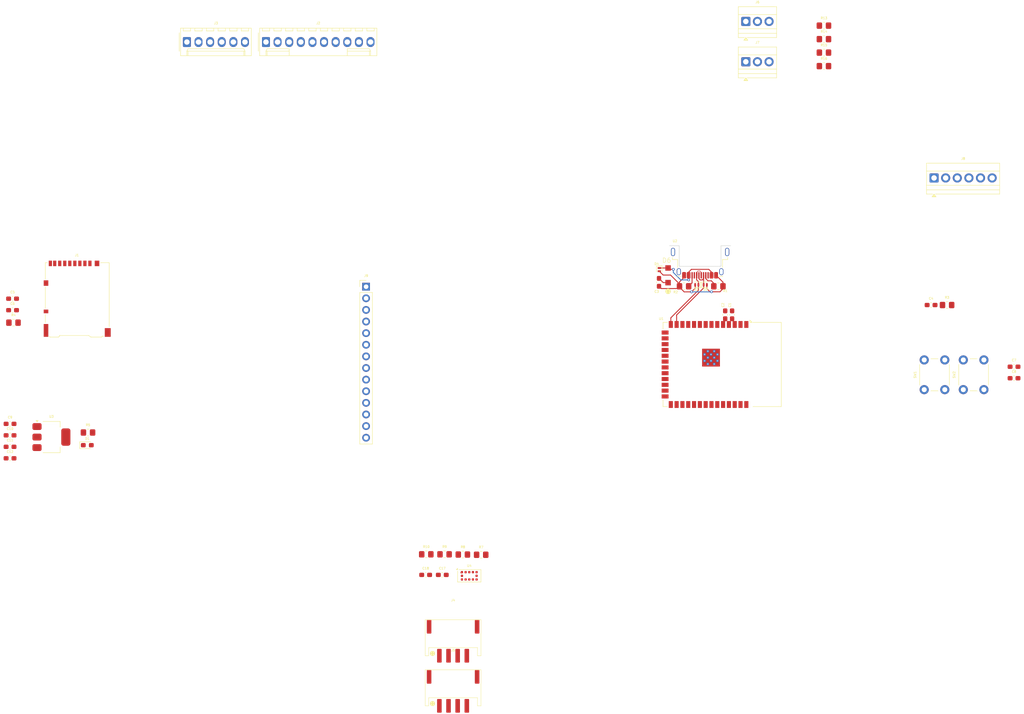
<source format=kicad_pcb>
(kicad_pcb (version 20241229) (generator "pcbnew") (generator_version "9.0")
  (layers (0 "F.Cu" signal) (2 "B.Cu" signal) (13 "F.Paste" user) (15 "B.Paste" user) (5 "F.SilkS" user "F.Silkscreen") (7 "B.SilkS" user "B.Silkscreen") (1 "F.Mask" user) (3 "B.Mask" user) (25 "Edge.Cuts" user))
  (net 0 "")
  (net 1 "GND")
  (net 2 "ESP_3v3")
  (net 3 "+5V")
  (net 4 "chip_pu")
  (net 5 "GPIO_0")
  (net 6 "Net-(D1-A)")
  (net 7 "/ESP USB section/D+")
  (net 8 "/ESP USB section/D-")
  (net 9 "Net-(D6-A)")
  (net 10 "FSPICLK")
  (net 13 "FSPIQ_MISO")
  (net 16 "FSPID_MOSI")
  (net 17 "FSPICS0")
  (net 18 "GPIO_38")
  (net 19 "GPIO_36")
  (net 20 "RX_D0")
  (net 21 "GPIO_37")
  (net 22 "GPIO_35")
  (net 23 "GPIO_40")
  (net 24 "GPIO_39")
  (net 25 "GPIO_41")
  (net 26 "TX_D0")
  (net 27 "GPIO_42")
  (net 28 "GPIO_15")
  (net 29 "GPIO_16")
  (net 30 "GPIO_21")
  (net 31 "GPIO_3")
  (net 32 "GPIO_17")
  (net 33 "GPIO_18")
  (net 34 "I2C_SDA")
  (net 35 "I2C_SCL")
  (net 36 "Net-(J6-Pin_2)")
  (net 37 "Net-(J7-Pin_2)")
  (net 38 "/PAS connector/speed_sig_2")
  (net 39 "/PAS connector/torque_sig")
  (net 40 "/PAS connector/speed_sig_1")
  (net 42 "/Display connector/Display_T_IRQ")
  (net 43 "Display_DC{slash}RS")
  (net 44 "/Display connector/Display_T_DIN")
  (net 45 "Display_CS")
  (net 46 "Display_LED")
  (net 47 "/Display connector/Display_T_CLK")
  (net 48 "Display_RST")
  (net 49 "/Display connector/Display_T_CS")
  (net 50 "/Display connector/Display_T_DO")
  (net 51 "Net-(U2-CC1)")
  (net 52 "Net-(U2-CC2)")
  (net 53 "/Time of flight sensor/TOF_GPIO1")
  (net 54 "/Time of flight sensor/TOF_XSHUT")
  (net 55 "/Throttle and ebrake connectors/throttle_sig")
  (net 56 "/Throttle and ebrake connectors/ebrake_sig")
  (footprint "Connector_Card:microSD_HC_Hirose_DM3AT-SF-PEJM5" (layer "F.Cu") (at 38.845 86.995)
    (property "Reference" "J1" (at -0.075 -9.525 0) (layer "F.SilkS") (effects (font (size 0.5 0.5) (thickness 0.1))))
    (property "Value" "Micro_SD_Card_Det_Hirose_DM3AT")
    (pad "1" smd rect (at 2.775 -7.725) (size 0.7 1.2) (layers "F.Cu" "F.Mask" "F.Paste"))
    (pad "2" smd rect (at 1.675 -7.725) (size 0.7 1.2) (layers "F.Cu" "F.Mask" "F.Paste") (net 13 "FSPIQ_MISO"))
    (pad "3" smd rect (at 0.575 -7.725) (size 0.7 1.2) (layers "F.Cu" "F.Mask" "F.Paste") (net 16 "FSPID_MOSI"))
    (pad "4" smd rect (at -0.525 -7.725) (size 0.7 1.2) (layers "F.Cu" "F.Mask" "F.Paste") (net 2 "ESP_3v3"))
    (pad "5" smd rect (at -1.625 -7.725) (size 0.7 1.2) (layers "F.Cu" "F.Mask" "F.Paste") (net 10 "FSPICLK"))
    (pad "6" smd rect (at -2.725 -7.725) (size 0.7 1.2) (layers "F.Cu" "F.Mask" "F.Paste") (net 1 "GND"))
    (pad "7" smd rect (at -3.825 -7.725) (size 0.7 1.2) (layers "F.Cu" "F.Mask" "F.Paste") (net 17 "FSPICS0"))
    (pad "8" smd rect (at -4.925 -7.725) (size 0.7 1.2) (layers "F.Cu" "F.Mask" "F.Paste"))
    (pad "9" smd rect (at -5.875 -7.725) (size 0.7 1.2) (layers "F.Cu" "F.Mask" "F.Paste"))
    (pad "10" smd rect (at -6.825 2.775) (size 1 0.8) (layers "F.Cu" "F.Mask" "F.Paste"))
    (pad "11" smd rect (at -6.825 -3.425) (size 1 1.2) (layers "F.Cu" "F.Mask" "F.Paste") (net 1 "GND"))
    (pad "11" smd rect (at -6.825 6.925) (size 1 2.8) (layers "F.Cu" "F.Mask" "F.Paste") (net 1 "GND"))
    (pad "11" smd rect (at 4.325 -7.725) (size 1 1.2) (layers "F.Cu" "F.Mask" "F.Paste") (net 1 "GND"))
    (pad "11" smd rect (at 6.675 7.375) (size 1.3 1.9) (layers "F.Cu" "F.Mask" "F.Paste") (net 1 "GND"))
  )
  (footprint "Connector_PinHeader_2.54mm:PinHeader_1x14_P2.54mm_Vertical" (layer "F.Cu") (at 102 84.36)
    (property "Reference" "J9" (at 0 -2.38 0) (layer "F.SilkS") (effects (font (size 0.5 0.5) (thickness 0.1))))
    (property "Value" "Conn_01x14_Socket")
    (pad "1" thru_hole rect (at 0 0) (size 1.7 1.7) (drill 1) (layers "*.Cu" "*.Mask") (net 3 "+5V"))
    (pad "2" thru_hole circle (at 0 2.54) (size 1.7 1.7) (drill 1) (layers "*.Cu" "*.Mask") (net 1 "GND"))
    (pad "3" thru_hole circle (at 0 5.08) (size 1.7 1.7) (drill 1) (layers "*.Cu" "*.Mask") (net 45 "Display_CS"))
    (pad "4" thru_hole circle (at 0 7.62) (size 1.7 1.7) (drill 1) (layers "*.Cu" "*.Mask") (net 48 "Display_RST"))
    (pad "5" thru_hole circle (at 0 10.16) (size 1.7 1.7) (drill 1) (layers "*.Cu" "*.Mask") (net 43 "Display_DC{slash}RS"))
    (pad "6" thru_hole circle (at 0 12.7) (size 1.7 1.7) (drill 1) (layers "*.Cu" "*.Mask") (net 16 "FSPID_MOSI"))
    (pad "7" thru_hole circle (at 0 15.24) (size 1.7 1.7) (drill 1) (layers "*.Cu" "*.Mask") (net 10 "FSPICLK"))
    (pad "8" thru_hole circle (at 0 17.78) (size 1.7 1.7) (drill 1) (layers "*.Cu" "*.Mask") (net 46 "Display_LED"))
    (pad "9" thru_hole circle (at 0 20.32) (size 1.7 1.7) (drill 1) (layers "*.Cu" "*.Mask") (net 13 "FSPIQ_MISO"))
    (pad "10" thru_hole circle (at 0 22.86) (size 1.7 1.7) (drill 1) (layers "*.Cu" "*.Mask") (net 47 "/Display connector/Display_T_CLK"))
    (pad "11" thru_hole circle (at 0 25.4) (size 1.7 1.7) (drill 1) (layers "*.Cu" "*.Mask") (net 49 "/Display connector/Display_T_CS"))
    (pad "12" thru_hole circle (at 0 27.94) (size 1.7 1.7) (drill 1) (layers "*.Cu" "*.Mask") (net 44 "/Display connector/Display_T_DIN"))
    (pad "13" thru_hole circle (at 0 30.48) (size 1.7 1.7) (drill 1) (layers "*.Cu" "*.Mask") (net 50 "/Display connector/Display_T_DO"))
    (pad "14" thru_hole circle (at 0 33.02) (size 1.7 1.7) (drill 1) (layers "*.Cu" "*.Mask") (net 42 "/Display connector/Display_T_IRQ"))
  )
  (footprint "Resistor_SMD:R_0805_2012Metric_Pad1.20x1.40mm_HandSolder" (layer "F.Cu") (at 123.1575 142.92)
    (property "Reference" "R8" (at 0 -1.65 0) (layer "F.SilkS") (effects (font (size 0.5 0.5) (thickness 0.1))))
    (property "Value" "1.2K")
    (pad "1" smd roundrect (at -1 0) (size 1.2 1.4) (layers "F.Cu" "F.Mask" "F.Paste") (roundrect_rratio 0.208333) (net 2 "ESP_3v3"))
    (pad "2" smd roundrect (at 1 0) (size 1.2 1.4) (layers "F.Cu" "F.Mask" "F.Paste") (roundrect_rratio 0.208333) (net 34 "I2C_SDA"))
  )
  (footprint "TerminalBlock:TerminalBlock_Xinya_XY308-2.54-3P_1x03_P2.54mm_Horizontal" (layer "F.Cu") (at 185.02 26.37)
    (property "Reference" "J6" (at 2.54 -4.22 0) (layer "F.SilkS") (effects (font (size 0.5 0.5) (thickness 0.1))))
    (property "Value" "Screw_Terminal_01x03_ebrake")
    (pad "1" thru_hole roundrect (at 0 0) (size 2 2) (drill 1.2) (layers "*.Cu" "*.Mask") (roundrect_rratio 0.125) (net 3 "+5V"))
    (pad "2" thru_hole circle (at 2.54 0) (size 2 2) (drill 1.2) (layers "*.Cu" "*.Mask") (net 36 "Net-(J6-Pin_2)"))
    (pad "3" thru_hole circle (at 5.08 0) (size 2 2) (drill 1.2) (layers "*.Cu" "*.Mask") (net 1 "GND"))
  )
  (footprint "Package_TO_SOT_SMD:SOT-223-3_TabPin2" (layer "F.Cu") (at 33.2025 117.24)
    (property "Reference" "U3" (at 0 -4.5 0) (layer "F.SilkS") (effects (font (size 0.5 0.5) (thickness 0.1))))
    (property "Value" "SGM2212-3.3")
    (pad "1" smd roundrect (at -3.15 -2.3) (size 2 1.5) (layers "F.Cu" "F.Mask" "F.Paste") (net 3 "+5V"))
    (pad "2" smd roundrect (at -3.15 0) (size 2 1.5) (layers "F.Cu" "F.Mask" "F.Paste") (net 1 "GND"))
    (pad "2" smd roundrect (at 3.15 0) (size 2 3.8) (layers "F.Cu" "F.Mask" "F.Paste") (net 1 "GND"))
    (pad "3" smd roundrect (at -3.15 2.3) (size 2 1.5) (layers "F.Cu" "F.Mask" "F.Paste") (net 2 "ESP_3v3"))
  )
  (footprint "Resistor_SMD:R_0805_2012Metric_Pad1.20x1.40mm_HandSolder" (layer "F.Cu") (at 24.9075 92.225)
    (property "Reference" "R4" (at 0 -1.65 0) (layer "F.SilkS") (effects (font (size 0.5 0.5) (thickness 0.1))))
    (property "Value" "10K")
    (pad "1" smd roundrect (at -1 0) (size 1.2 1.4) (layers "F.Cu" "F.Mask" "F.Paste") (roundrect_rratio 0.208333) (net 2 "ESP_3v3"))
    (pad "2" smd roundrect (at 1 0) (size 1.2 1.4) (layers "F.Cu" "F.Mask" "F.Paste") (roundrect_rratio 0.208333) (net 13 "FSPIQ_MISO"))
  )
  (footprint "Resistor_SMD:R_0805_2012Metric_Pad1.20x1.40mm_HandSolder" (layer "F.Cu") (at 115.1575 142.87)
    (property "Reference" "R10" (at 0 -1.65 0) (layer "F.SilkS") (effects (font (size 0.5 0.5) (thickness 0.1))))
    (property "Value" "1.2K")
    (pad "1" smd roundrect (at -1 0) (size 1.2 1.4) (layers "F.Cu" "F.Mask" "F.Paste") (roundrect_rratio 0.208333) (net 2 "ESP_3v3"))
    (pad "2" smd roundrect (at 1 0) (size 1.2 1.4) (layers "F.Cu" "F.Mask" "F.Paste") (roundrect_rratio 0.208333) (net 54 "/Time of flight sensor/TOF_XSHUT"))
  )
  (footprint "Diode_SMD:D_SOD-882" (layer "F.Cu") (at 166.107651 80.628883 -90)
    (property "Reference" "D4" (at -1.258883 0.587651 180) (layer "F.SilkS") (effects (font (size 0.5 0.5) (thickness 0.1))))
    (property "Value" "~" (hide yes))
    (pad "1" smd roundrect (at -0.35 0 270) (size 0.4 0.7) (layers "F.Cu" "F.Mask") (roundrect_rratio 0.125) (net 9 "Net-(D6-A)"))
    (pad "2" smd roundrect (at 0.35 0 270) (size 0.4 0.7) (layers "F.Cu" "F.Mask") (roundrect_rratio 0.125) (net 1 "GND"))
  )
  (footprint "Custom_footprints:JST_PH_4P_2mm_SMD" (layer "F.Cu") (at 121.02 165.045)
    (property "Reference" "J4" (at 0 -12.144 0) (layer "F.SilkS") (effects (font (size 0.5 0.5) (thickness 0.1))))
    (property "Value" "4P4C_Shielded")
    (pad "1" smd roundrect (at -3 0) (size 1 3) (layers "F.Cu" "F.Mask" "F.Paste") (roundrect_rratio 0.15) (net 2 "ESP_3v3"))
    (pad "2" smd roundrect (at -1 0) (size 1 3) (layers "F.Cu" "F.Mask" "F.Paste") (roundrect_rratio 0.15) (net 34 "I2C_SDA"))
    (pad "3" smd roundrect (at 1 0) (size 1 3) (layers "F.Cu" "F.Mask" "F.Paste") (roundrect_rratio 0.15) (net 35 "I2C_SCL"))
    (pad "4" smd roundrect (at 3 0) (size 1 3) (layers "F.Cu" "F.Mask" "F.Paste") (roundrect_rratio 0.15) (net 1 "GND"))
    (pad "5" smd roundrect (at -5.25 -6.35) (size 1 3) (layers "F.Cu" "F.Mask" "F.Paste") (roundrect_rratio 0.15))
    (pad "5" smd roundrect (at 5.25 -6.35) (size 1 3) (layers "F.Cu" "F.Mask" "F.Paste") (roundrect_rratio 0.15))
  )
  (footprint "Button_Switch_THT:SW_PUSH_6mm" (layer "F.Cu") (at 232.57 106.87 90)
    (property "Reference" "SW2" (at 3.25 -2 90) (layer "F.SilkS") (effects (font (size 0.5 0.5) (thickness 0.1))))
    (property "Value" "SW_Push_Dual")
    (pad "1" thru_hole circle (at 0 0 180) (size 2 2) (drill 1.1) (layers "*.Cu" "*.Mask") (net 4 "chip_pu"))
    (pad "1" thru_hole circle (at 6.5 0 180) (size 2 2) (drill 1.1) (layers "*.Cu" "*.Mask") (net 4 "chip_pu"))
    (pad "2" thru_hole circle (at 0 4.5 180) (size 2 2) (drill 1.1) (layers "*.Cu" "*.Mask") (net 1 "GND"))
    (pad "2" thru_hole circle (at 6.5 4.5 180) (size 2 2) (drill 1.1) (layers "*.Cu" "*.Mask") (net 1 "GND"))
  )
  (footprint "RF_Module:ESP32-S3-WROOM-1" (layer "F.Cu") (at 179.87 101.37 -90)
    (property "Reference" "U1" (at -10 13.35 0) (layer "F.SilkS") (effects (font (size 0.5 0.5) (thickness 0.1))))
    (property "Value" "ESP32-S3-WROOM-1")
    (pad "1" smd rect (at -8.75 -5.26 270) (size 1.5 0.9) (layers "F.Cu" "F.Mask" "F.Paste") (net 1 "GND"))
    (pad "2" smd rect (at -8.75 -3.99 270) (size 1.5 0.9) (layers "F.Cu" "F.Mask" "F.Paste") (net 2 "ESP_3v3"))
    (pad "3" smd rect (at -8.75 -2.72 270) (size 1.5 0.9) (layers "F.Cu" "F.Mask" "F.Paste") (net 4 "chip_pu"))
    (pad "4" smd rect (at -8.75 -1.45 270) (size 1.5 0.9) (layers "F.Cu" "F.Mask" "F.Paste") (net 40 "/PAS connector/speed_sig_1"))
    (pad "5" smd rect (at -8.75 -0.18 270) (size 1.5 0.9) (layers "F.Cu" "F.Mask" "F.Paste") (net 38 "/PAS connector/speed_sig_2"))
    (pad "6" smd rect (at -8.75 1.09 270) (size 1.5 0.9) (layers "F.Cu" "F.Mask" "F.Paste") (net 39 "/PAS connector/torque_sig"))
    (pad "7" smd rect (at -8.75 2.36 270) (size 1.5 0.9) (layers "F.Cu" "F.Mask" "F.Paste") (net 48 "Display_RST"))
    (pad "8" smd rect (at -8.75 3.63 270) (size 1.5 0.9) (layers "F.Cu" "F.Mask" "F.Paste") (net 28 "GPIO_15"))
    (pad "9" smd rect (at -8.75 4.9 270) (size 1.5 0.9) (layers "F.Cu" "F.Mask" "F.Paste") (net 29 "GPIO_16"))
    (pad "10" smd rect (at -8.75 6.17 270) (size 1.5 0.9) (layers "F.Cu" "F.Mask" "F.Paste") (net 32 "GPIO_17"))
    (pad "11" smd rect (at -8.75 7.44 270) (size 1.5 0.9) (layers "F.Cu" "F.Mask" "F.Paste") (net 33 "GPIO_18"))
    (pad "12" smd rect (at -8.75 8.71 270) (size 1.5 0.9) (layers "F.Cu" "F.Mask" "F.Paste") (net 43 "Display_DC{slash}RS"))
    (pad "13" smd rect (at -8.75 9.98 270) (size 1.5 0.9) (layers "F.Cu" "F.Mask" "F.Paste") (net 8 "/ESP USB section/D-"))
    (pad "14" smd rect (at -8.75 11.25 90) (size 1.5 0.9) (layers "F.Cu" "F.Mask" "F.Paste") (net 7 "/ESP USB section/D+"))
    (pad "15" smd rect (at -6.985 12.5 180) (size 1.5 0.9) (layers "F.Cu" "F.Mask" "F.Paste") (net 31 "GPIO_3"))
    (pad "16" smd rect (at -5.715 12.5 180) (size 1.5 0.9) (layers "F.Cu" "F.Mask" "F.Paste") (net 53 "/Time of flight sensor/TOF_GPIO1"))
    (pad "17" smd rect (at -4.445 12.5 180) (size 1.5 0.9) (layers "F.Cu" "F.Mask" "F.Paste") (net 46 "Display_LED"))
    (pad "18" smd rect (at -3.175 12.5 180) (size 1.5 0.9) (layers "F.Cu" "F.Mask" "F.Paste") (net 17 "FSPICS0"))
    (pad "19" smd rect (at -1.905 12.5 180) (size 1.5 0.9) (layers "F.Cu" "F.Mask" "F.Paste") (net 16 "FSPID_MOSI"))
    (pad "20" smd rect (at -0.635 12.5 180) (size 1.5 0.9) (layers "F.Cu" "F.Mask" "F.Paste") (net 10 "FSPICLK"))
    (pad "21" smd rect (at 0.635 12.5 180) (size 1.5 0.9) (layers "F.Cu" "F.Mask" "F.Paste") (net 13 "FSPIQ_MISO"))
    (pad "22" smd rect (at 1.905 12.5 180) (size 1.5 0.9) (layers "F.Cu" "F.Mask" "F.Paste") (net 45 "Display_CS"))
    (pad "23" smd rect (at 3.175 12.5 180) (size 1.5 0.9) (layers "F.Cu" "F.Mask" "F.Paste") (net 30 "GPIO_21"))
    (pad "24" smd rect (at 4.445 12.5 180) (size 1.5 0.9) (layers "F.Cu" "F.Mask" "F.Paste") (net 34 "I2C_SDA"))
    (pad "25" smd rect (at 5.715 12.5 180) (size 1.5 0.9) (layers "F.Cu" "F.Mask" "F.Paste") (net 35 "I2C_SCL"))
    (pad "26" smd rect (at 6.985 12.5 180) (size 1.5 0.9) (layers "F.Cu" "F.Mask" "F.Paste") (net 54 "/Time of flight sensor/TOF_XSHUT"))
    (pad "27" smd rect (at 8.75 11.25 270) (size 1.5 0.9) (layers "F.Cu" "F.Mask" "F.Paste") (net 5 "GPIO_0"))
    (pad "28" smd rect (at 8.75 9.98 270) (size 1.5 0.9) (layers "F.Cu" "F.Mask" "F.Paste") (net 22 "GPIO_35"))
    (pad "29" smd rect (at 8.75 8.71 270) (size 1.5 0.9) (layers "F.Cu" "F.Mask" "F.Paste") (net 19 "GPIO_36"))
    (pad "30" smd rect (at 8.75 7.44 270) (size 1.5 0.9) (layers "F.Cu" "F.Mask" "F.Paste") (net 21 "GPIO_37"))
    (pad "31" smd rect (at 8.75 6.17 270) (size 1.5 0.9) (layers "F.Cu" "F.Mask" "F.Paste") (net 18 "GPIO_38"))
    (pad "32" smd rect (at 8.75 4.9 270) (size 1.5 0.9) (layers "F.Cu" "F.Mask" "F.Paste") (net 24 "GPIO_39"))
    (pad "33" smd rect (at 8.75 3.63 270) (size 1.5 0.9) (layers "F.Cu" "F.Mask" "F.Paste") (net 23 "GPIO_40"))
    (pad "34" smd rect (at 8.75 2.36 270) (size 1.5 0.9) (layers "F.Cu" "F.Mask" "F.Paste") (net 25 "GPIO_41"))
    (pad "35" smd rect (at 8.75 1.09 270) (size 1.5 0.9) (layers "F.Cu" "F.Mask" "F.Paste") (net 27 "GPIO_42"))
    (pad "36" smd rect (at 8.75 -0.18 270) (size 1.5 0.9) (layers "F.Cu" "F.Mask" "F.Paste") (net 20 "RX_D0"))
    (pad "37" smd rect (at 8.75 -1.45 270) (size 1.5 0.9) (layers "F.Cu" "F.Mask" "F.Paste") (net 26 "TX_D0"))
    (pad "38" smd rect (at 8.75 -2.72 270) (size 1.5 0.9) (layers "F.Cu" "F.Mask" "F.Paste") (net 56 "/Throttle and ebrake connectors/ebrake_sig"))
    (pad "39" smd rect (at 8.75 -3.99 270) (size 1.5 0.9) (layers "F.Cu" "F.Mask" "F.Paste") (net 55 "/Throttle and ebrake connectors/throttle_sig"))
    (pad "40" smd rect (at 8.75 -5.26 270) (size 1.5 0.9) (layers "F.Cu" "F.Mask" "F.Paste") (net 1 "GND"))
    (pad "41" thru_hole circle (at -2.9 1.76) (size 0.6 0.6) (drill 0.2) (property pad_prop_heatsink) (layers "*.Cu" "F.Mask") (net 1 "GND"))
    (pad "41" thru_hole circle (at -2.9 3.16 270) (size 0.6 0.6) (drill 0.2) (property pad_prop_heatsink) (layers "*.Cu" "F.Mask") (net 1 "GND"))
    (pad "41" thru_hole circle (at -2.2 1.06 270) (size 0.6 0.6) (drill 0.2) (property pad_prop_heatsink) (layers "*.Cu" "F.Mask") (net 1 "GND"))
    (pad "41" thru_hole circle (at -2.2 2.46 270) (size 0.6 0.6) (drill 0.2) (property pad_prop_heatsink) (layers "*.Cu" "F.Mask") (net 1 "GND"))
    (pad "41" thru_hole circle (at -2.2 3.86 270) (size 0.6 0.6) (drill 0.2) (property pad_prop_heatsink) (layers "*.Cu" "F.Mask") (net 1 "GND"))
    (pad "41" thru_hole circle (at -1.5 1.76 270) (size 0.6 0.6) (drill 0.2) (property pad_prop_heatsink) (layers "*.Cu" "F.Mask") (net 1 "GND"))
    (pad "41" smd rect (at -1.5 2.46 180) (size 3.9 3.9) (property pad_prop_heatsink) (layers "F.Cu" "F.Mask") (net 1 "GND"))
    (pad "41" thru_hole circle (at -1.5 3.16 270) (size 0.6 0.6) (drill 0.2) (property pad_prop_heatsink) (layers "*.Cu" "F.Mask") (net 1 "GND"))
    (pad "41" thru_hole circle (at -0.8 1.06 270) (size 0.6 0.6) (drill 0.2) (property pad_prop_heatsink) (layers "*.Cu" "F.Mask") (net 1 "GND"))
    (pad "41" thru_hole circle (at -0.8 2.46 270) (size 0.6 0.6) (drill 0.2) (property pad_prop_heatsink) (layers "*.Cu" "F.Mask") (net 1 "GND"))
    (pad "41" thru_hole circle (at -0.8 3.86 270) (size 0.6 0.6) (drill 0.2) (property pad_prop_heatsink) (layers "*.Cu" "F.Mask") (net 1 "GND"))
    (pad "41" thru_hole circle (at -0.1 1.76 270) (size 0.6 0.6) (drill 0.2) (property pad_prop_heatsink) (layers "*.Cu" "F.Mask") (net 1 "GND"))
    (pad "41" thru_hole circle (at -0.1 3.16 270) (size 0.6 0.6) (drill 0.2) (property pad_prop_heatsink) (layers "*.Cu" "F.Mask") (net 1 "GND"))
  )
  (footprint "Sensor_Distance:ST_VL53L1x" (layer "F.Cu") (at 124.5575 147.57)
    (property "Reference" "U4" (at 0 -2.2 0) (layer "F.SilkS") (effects (font (size 0.5 0.5) (thickness 0.1))))
    (property "Value" "VL53L1CXV0FY1")
    (pad "1" smd roundrect (at -1.74 -0.675) (size 0.38 0.25) (layers "F.Cu" "F.Mask" "F.Paste") (net 2 "ESP_3v3"))
    (pad "1" smd roundrect (at -1.6 -0.8) (size 0.5 0.5) (layers "F.Cu" "F.Mask" "F.Paste") (net 2 "ESP_3v3"))
    (pad "2" smd roundrect (at -0.8 -0.8) (size 0.5 0.5) (layers "F.Cu" "F.Mask" "F.Paste") (net 1 "GND"))
    (pad "3" smd roundrect (at 0 -0.8) (size 0.5 0.5) (layers "F.Cu" "F.Mask" "F.Paste") (net 1 "GND"))
    (pad "4" smd roundrect (at 0.8 -0.8) (size 0.5 0.5) (layers "F.Cu" "F.Mask" "F.Paste") (net 1 "GND"))
    (pad "5" smd roundrect (at 1.6 -0.8) (size 0.5 0.5) (layers "F.Cu" "F.Mask" "F.Paste") (net 54 "/Time of flight sensor/TOF_XSHUT"))
    (pad "6" smd roundrect (at 1.6 0) (size 0.5 0.5) (layers "F.Cu" "F.Mask" "F.Paste") (net 1 "GND"))
    (pad "7" smd roundrect (at 1.6 0.8) (size 0.5 0.5) (layers "F.Cu" "F.Mask" "F.Paste") (net 53 "/Time of flight sensor/TOF_GPIO1"))
    (pad "8" smd roundrect (at 0.8 0.8) (size 0.5 0.5) (layers "F.Cu" "F.Mask" "F.Paste"))
    (pad "9" smd roundrect (at 0 0.8) (size 0.5 0.5) (layers "F.Cu" "F.Mask" "F.Paste") (net 34 "I2C_SDA"))
    (pad "10" smd roundrect (at -0.8 0.8) (size 0.5 0.5) (layers "F.Cu" "F.Mask" "F.Paste") (net 35 "I2C_SCL"))
    (pad "11" smd roundrect (at -1.6 0.8) (size 0.5 0.5) (layers "F.Cu" "F.Mask" "F.Paste") (net 2 "ESP_3v3"))
    (pad "12" smd roundrect (at -1.6 0) (size 0.5 0.5) (layers "F.Cu" "F.Mask" "F.Paste") (net 1 "GND"))
  )
  (footprint "Diode_SMD:D_SOD-882" (layer "F.Cu") (at 176.151596 83.939218)
    (property "Reference" "D3" (at 0.096634 1.011201 0) (layer "F.SilkS") (effects (font (size 0.5 0.5) (thickness 0.1))))
    (property "Value" "~" (hide yes))
    (pad "1" smd roundrect (at -0.35 0) (size 0.4 0.7) (layers "F.Cu" "F.Mask") (roundrect_rratio 0.125) (net 8 "/ESP USB section/D-"))
    (pad "2" smd roundrect (at 0.35 0) (size 0.4 0.7) (layers "F.Cu" "F.Mask") (roundrect_rratio 0.125) (net 1 "GND"))
  )
  (footprint "Connector_USB:USB_C_Receptacle_Amphenol_12401948E412A" (layer "F.Cu") (at 175.02 76.77 180)
    (property "Reference" "U2" (at 5.5 2.4 0) (layer "F.SilkS") (effects (font (size 0.5 0.5) (thickness 0.1))))
    (property "Value" "USB_C_connector")
    (fp_line (start 4.57 1.36) (end 6.7 1.36) (stroke (width 0.1)) (layer "Edge.Cuts"))
    (fp_line (start 4.57 -3) (end 4.57 1.36) (stroke (width 0.1)) (layer "Edge.Cuts"))
    (fp_line (start -4.42 -3.15) (end 4.42 -3.15) (stroke (width 0.1)) (layer "Edge.Cuts"))
    (fp_line (start -4.57 -3) (end -4.57 1.36) (stroke (width 0.1)) (layer "Edge.Cuts"))
    (fp_line (start -6.7 1.36) (end -4.57 1.36) (stroke (width 0.1)) (layer "Edge.Cuts"))
    (fp_arc (start 4.42 -3.15) (mid 4.526066 -3.106066) (end 4.57 -3) (stroke (width 0.1)) (layer "Edge.Cuts"))
    (fp_arc (start -4.57 -3) (mid -4.526066 -3.106066) (end -4.42 -3.15) (stroke (width 0.1)) (layer "Edge.Cuts"))
    (pad "" thru_hole oval (at -5.92 0 180) (size 0.9 1.8) (drill oval 0.6 1.5) (property pad_prop_heatsink) (layers "*.Cu" "*.Mask"))
    (pad "" thru_hole oval (at -4.65 -4.32 180) (size 0.9 1.5) (drill oval 0.6 1.2) (property pad_prop_heatsink) (layers "*.Cu" "*.Mask"))
    (pad "" np_thru_hole circle (at -3.5 -3.85 180) (size 0.6 0.6) (drill 0.6) (layers "*.Cu" "*.Mask"))
    (pad "" np_thru_hole circle (at 3.5 -3.85 180) (size 0.6 0.6) (drill 0.6) (layers "*.Cu" "*.Mask"))
    (pad "" thru_hole oval (at 4.65 -4.32 180) (size 0.9 1.5) (drill oval 0.6 1.2) (property pad_prop_heatsink) (layers "*.Cu" "*.Mask"))
    (pad "" thru_hole oval (at 5.92 0 180) (size 0.9 1.8) (drill oval 0.6 1.5) (property pad_prop_heatsink) (layers "*.Cu" "*.Mask"))
    (pad "A1" smd roundrect (at -3.5 -5.1 180) (size 0.8 1.4) (layers "F.Cu" "F.Mask" "F.Paste") (net 1 "GND"))
    (pad "A4" smd roundrect (at -2.5 -5.1 180) (size 0.8 1.4) (layers "F.Cu" "F.Mask" "F.Paste") (net 9 "Net-(D6-A)"))
    (pad "A5" smd roundrect (at -1.25 -5.1 180) (size 0.3 1.4) (layers "F.Cu" "F.Mask" "F.Paste") (net 51 "Net-(U2-CC1)"))
    (pad "A6" smd roundrect (at -0.25 -5.1 180) (size 0.3 1.4) (layers "F.Cu" "F.Mask" "F.Paste") (net 7 "/ESP USB section/D+"))
    (pad "A7" smd roundrect (at 0.25 -5.1 180) (size 0.3 1.4) (layers "F.Cu" "F.Mask" "F.Paste") (net 8 "/ESP USB section/D-"))
    (pad "A8" smd roundrect (at 1.25 -5.1 180) (size 0.3 1.4) (layers "F.Cu" "F.Mask" "F.Paste"))
    (pad "A9" smd roundrect (at 2.5 -5.1 180) (size 0.8 1.4) (layers "F.Cu" "F.Mask" "F.Paste") (net 9 "Net-(D6-A)"))
    (pad "A12" smd roundrect (at 3.5 -5.1 180) (size 0.8 1.4) (layers "F.Cu" "F.Mask" "F.Paste") (net 1 "GND"))
    (pad "B1" smd roundrect (at 3.5 -5.1 180) (size 0.8 1.4) (layers "F.Cu" "F.Mask" "F.Paste") (net 1 "GND"))
    (pad "B4" smd roundrect (at 2.5 -5.1 180) (size 0.8 1.4) (layers "F.Cu" "F.Mask" "F.Paste") (net 9 "Net-(D6-A)"))
    (pad "B5" smd roundrect (at 1.75 -5.1 180) (size 0.3 1.4) (layers "F.Cu" "F.Mask" "F.Paste") (net 52 "Net-(U2-CC2)"))
    (pad "B6" smd roundrect (at 0.75 -5.1 180) (size 0.3 1.4) (layers "F.Cu" "F.Mask" "F.Paste") (net 7 "/ESP USB section/D+"))
    (pad "B7" smd roundrect (at -0.75 -5.1 180) (size 0.3 1.4) (layers "F.Cu" "F.Mask" "F.Paste") (net 8 "/ESP USB section/D-"))
    (pad "B8" smd roundrect (at -1.75 -5.1 180) (size 0.3 1.4) (layers "F.Cu" "F.Mask" "F.Paste"))
    (pad "B9" smd roundrect (at -2.5 -5.1 180) (size 0.8 1.4) (layers "F.Cu" "F.Mask" "F.Paste") (net 9 "Net-(D6-A)"))
    (pad "B12" smd roundrect (at -3.5 -5.1 180) (size 0.8 1.4) (layers "F.Cu" "F.Mask" "F.Paste") (net 1 "GND"))
  )
  (footprint "Resistor_SMD:R_0805_2012Metric_Pad1.20x1.40mm_HandSolder" (layer "F.Cu") (at 119.1575 142.87)
    (property "Reference" "R9" (at 0 -1.65 0) (layer "F.SilkS") (effects (font (size 0.5 0.5) (thickness 0.1))))
    (property "Value" "1.2K")
    (pad "1" smd roundrect (at -1 0) (size 1.2 1.4) (layers "F.Cu" "F.Mask" "F.Paste") (roundrect_rratio 0.208333) (net 2 "ESP_3v3"))
    (pad "2" smd roundrect (at 1 0) (size 1.2 1.4) (layers "F.Cu" "F.Mask" "F.Paste") (roundrect_rratio 0.208333) (net 35 "I2C_SCL"))
  )
  (footprint "Resistor_SMD:R_0805_2012Metric_Pad1.20x1.40mm_HandSolder" (layer "F.Cu") (at 202.1 30.235)
    (property "Reference" "R14" (at 0 -1.65 0) (layer "F.SilkS") (effects (font (size 0.5 0.5) (thickness 0.1))))
    (property "Value" "30K")
    (pad "1" smd roundrect (at -1 0) (size 1.2 1.4) (layers "F.Cu" "F.Mask" "F.Paste") (roundrect_rratio 0.208333) (net 55 "/Throttle and ebrake connectors/throttle_sig"))
    (pad "2" smd roundrect (at 1 0) (size 1.2 1.4) (layers "F.Cu" "F.Mask" "F.Paste") (roundrect_rratio 0.208333) (net 1 "GND"))
  )
  (footprint "Button_Switch_THT:SW_PUSH_6mm" (layer "F.Cu") (at 224.02 106.87 90)
    (property "Reference" "SW1" (at 3.25 -2 90) (layer "F.SilkS") (effects (font (size 0.5 0.5) (thickness 0.1))))
    (property "Value" "SW_Push_Dual")
    (pad "1" thru_hole circle (at 0 0 180) (size 2 2) (drill 1.1) (layers "*.Cu" "*.Mask") (net 5 "GPIO_0"))
    (pad "1" thru_hole circle (at 6.5 0 180) (size 2 2) (drill 1.1) (layers "*.Cu" "*.Mask") (net 5 "GPIO_0"))
    (pad "2" thru_hole circle (at 0 4.5 180) (size 2 2) (drill 1.1) (layers "*.Cu" "*.Mask") (net 1 "GND"))
    (pad "2" thru_hole circle (at 6.5 4.5 180) (size 2 2) (drill 1.1) (layers "*.Cu" "*.Mask") (net 1 "GND"))
  )
  (footprint "Resistor_SMD:R_0805_2012Metric_Pad1.20x1.40mm_HandSolder" (layer "F.Cu") (at 202.1 33.185)
    (property "Reference" "R15" (at 0 -1.65 0) (layer "F.SilkS") (effects (font (size 0.5 0.5) (thickness 0.1))))
    (property "Value" "10K")
    (pad "1" smd roundrect (at -1 0) (size 1.2 1.4) (layers "F.Cu" "F.Mask" "F.Paste") (roundrect_rratio 0.208333) (net 36 "Net-(J6-Pin_2)"))
    (pad "2" smd roundrect (at 1 0) (size 1.2 1.4) (layers "F.Cu" "F.Mask" "F.Paste") (roundrect_rratio 0.208333) (net 56 "/Throttle and ebrake connectors/ebrake_sig"))
  )
  (footprint "Capacitor_SMD:C_0603_1608Metric_Pad1.08x0.95mm_HandSolder" (layer "F.Cu") (at 243.6575 101.86)
    (property "Reference" "C7" (at 0 -1.43 0) (layer "F.SilkS") (effects (font (size 0.5 0.5) (thickness 0.1))))
    (property "Value" "0.1uF")
    (pad "1" smd roundrect (at -0.8625 0) (size 1.075 0.95) (layers "F.Cu" "F.Mask" "F.Paste") (net 5 "GPIO_0"))
    (pad "2" smd roundrect (at 0.8625 0) (size 1.075 0.95) (layers "F.Cu" "F.Mask" "F.Paste") (net 1 "GND"))
  )
  (footprint "Resistor_SMD:R_0805_2012Metric_Pad1.20x1.40mm_HandSolder" (layer "F.Cu") (at 179.02 84.27)
    (property "Reference" "R1" (at 1.5 1 180) (layer "F.SilkS") (effects (font (size 0.5 0.5) (thickness 0.1))))
    (property "Value" "5.1K")
    (pad "1" smd roundrect (at -1 0) (size 1.2 1.4) (layers "F.Cu" "F.Mask" "F.Paste") (roundrect_rratio 0.208333) (net 51 "Net-(U2-CC1)"))
    (pad "2" smd roundrect (at 1 0) (size 1.2 1.4) (layers "F.Cu" "F.Mask" "F.Paste") (roundrect_rratio 0.208333) (net 1 "GND"))
  )
  (footprint "Capacitor_SMD:C_0603_1608Metric_Pad1.08x0.95mm_HandSolder" (layer "F.Cu") (at 225.52 88.37)
    (property "Reference" "C4" (at 0 -1.43 0) (layer "F.SilkS") (effects (font (size 0.5 0.5) (thickness 0.1))))
    (property "Value" "1uF 16V")
    (pad "1" smd roundrect (at -0.8625 0) (size 1.075 0.95) (layers "F.Cu" "F.Mask" "F.Paste") (net 1 "GND"))
    (pad "2" smd roundrect (at 0.8625 0) (size 1.075 0.95) (layers "F.Cu" "F.Mask" "F.Paste") (net 4 "chip_pu"))
  )
  (footprint "Custom_footprints:SOD_123_schottky_C64885" (layer "F.Cu") (at 168.02 81.87 90)
    (property "Reference" "D6" (at 3.263354 -0.306213 0) (layer "F.SilkS") (effects (font (thickness 0.1))))
    (property "Value" "D_Schottky")
    (pad "1" smd rect (at -1.6 0 90) (size 1.2 1.2) (layers "F.Cu" "F.Mask" "F.Paste") (net 3 "+5V"))
    (pad "2" smd rect (at 1.6 0 90) (size 1.2 1.2) (layers "F.Cu" "F.Mask" "F.Paste") (net 9 "Net-(D6-A)"))
  )
  (footprint "Capacitor_SMD:C_0603_1608Metric_Pad1.08x0.95mm_HandSolder" (layer "F.Cu") (at 182.02 90.5075 -90)
    (property "Reference" "C1" (at -2.1375 0.5 90) (layer "F.SilkS") (effects (font (size 0.5 0.5) (thickness 0.1))))
    (property "Value" "0.1uF")
    (pad "1" smd roundrect (at -0.8625 0 270) (size 1.075 0.95) (layers "F.Cu" "F.Mask" "F.Paste") (net 1 "GND"))
    (pad "2" smd roundrect (at 0.8625 0 270) (size 1.075 0.95) (layers "F.Cu" "F.Mask" "F.Paste") (net 2 "ESP_3v3"))
  )
  (footprint "Resistor_SMD:R_0805_2012Metric_Pad1.20x1.40mm_HandSolder" (layer "F.Cu") (at 127.1575 142.97)
    (property "Reference" "R7" (at 0 -1.65 0) (layer "F.SilkS") (effects (font (size 0.5 0.5) (thickness 0.1))))
    (property "Value" "1.2K")
    (pad "1" smd roundrect (at -1 0) (size 1.2 1.4) (layers "F.Cu" "F.Mask" "F.Paste") (roundrect_rratio 0.208333) (net 2 "ESP_3v3"))
    (pad "2" smd roundrect (at 1 0) (size 1.2 1.4) (layers "F.Cu" "F.Mask" "F.Paste") (roundrect_rratio 0.208333) (net 53 "/Time of flight sensor/TOF_GPIO1"))
  )
  (footprint "TerminalBlock:TerminalBlock_Xinya_XY308-2.54-3P_1x03_P2.54mm_Horizontal" (layer "F.Cu") (at 185.02 35.185)
    (property "Reference" "J7" (at 2.54 -4.22 0) (layer "F.SilkS") (effects (font (size 0.5 0.5) (thickness 0.1))))
    (property "Value" "Screw_Terminal_01x03_throttle")
    (pad "1" thru_hole roundrect (at 0 0) (size 2 2) (drill 1.2) (layers "*.Cu" "*.Mask") (roundrect_rratio 0.125) (net 3 "+5V"))
    (pad "2" thru_hole circle (at 2.54 0) (size 2 2) (drill 1.2) (layers "*.Cu" "*.Mask") (net 37 "Net-(J7-Pin_2)"))
    (pad "3" thru_hole circle (at 5.08 0) (size 2 2) (drill 1.2) (layers "*.Cu" "*.Mask") (net 1 "GND"))
  )
  (footprint "Capacitor_SMD:C_0603_1608Metric_Pad1.08x0.95mm_HandSolder" (layer "F.Cu") (at 118.6575 147.37)
    (property "Reference" "C17" (at 0 -1.43 0) (layer "F.SilkS") (effects (font (size 0.5 0.5) (thickness 0.1))))
    (property "Value" "0.1uF")
    (pad "1" smd roundrect (at -0.8625 0) (size 1.075 0.95) (layers "F.Cu" "F.Mask" "F.Paste") (net 1 "GND"))
    (pad "2" smd roundrect (at 0.8625 0) (size 1.075 0.95) (layers "F.Cu" "F.Mask" "F.Paste") (net 2 "ESP_3v3"))
  )
  (footprint "Connector_Molex:Molex_KK-254_AE-6410-10A_1x10_P2.54mm_Vertical" (layer "F.Cu") (at 80.11 30.87)
    (property "Reference" "J2" (at 11.43 -4.12 0) (layer "F.SilkS") (effects (font (size 0.5 0.5) (thickness 0.1))))
    (property "Value" "Conn_01x10_Pin")
    (pad "1" thru_hole roundrect (at 0 0) (size 1.74 2.19) (drill 1.19) (layers "*.Cu" "*.Mask") (roundrect_rratio 0.143678) (net 22 "GPIO_35"))
    (pad "2" thru_hole oval (at 2.54 0) (size 1.74 2.19) (drill 1.19) (layers "*.Cu" "*.Mask") (net 19 "GPIO_36"))
    (pad "3" thru_hole oval (at 5.08 0) (size 1.74 2.19) (drill 1.19) (layers "*.Cu" "*.Mask") (net 21 "GPIO_37"))
    (pad "4" thru_hole oval (at 7.62 0) (size 1.74 2.19) (drill 1.19) (layers "*.Cu" "*.Mask") (net 18 "GPIO_38"))
    (pad "5" thru_hole oval (at 10.16 0) (size 1.74 2.19) (drill 1.19) (layers "*.Cu" "*.Mask") (net 24 "GPIO_39"))
    (pad "6" thru_hole oval (at 12.7 0) (size 1.74 2.19) (drill 1.19) (layers "*.Cu" "*.Mask") (net 23 "GPIO_40"))
    (pad "7" thru_hole oval (at 15.24 0) (size 1.74 2.19) (drill 1.19) (layers "*.Cu" "*.Mask") (net 25 "GPIO_41"))
    (pad "8" thru_hole oval (at 17.78 0) (size 1.74 2.19) (drill 1.19) (layers "*.Cu" "*.Mask") (net 27 "GPIO_42"))
    (pad "9" thru_hole oval (at 20.32 0) (size 1.74 2.19) (drill 1.19) (layers "*.Cu" "*.Mask") (net 26 "TX_D0"))
    (pad "10" thru_hole oval (at 22.86 0) (size 1.74 2.19) (drill 1.19) (layers "*.Cu" "*.Mask") (net 20 "RX_D0"))
  )
  (footprint "Capacitor_SMD:C_0603_1608Metric_Pad1.08x0.95mm_HandSolder" (layer "F.Cu") (at 24.7075 86.985)
    (property "Reference" "C5" (at 0 -1.43 0) (layer "F.SilkS") (effects (font (size 0.5 0.5) (thickness 0.1))))
    (property "Value" "10uF")
    (pad "1" smd roundrect (at -0.8625 0) (size 1.075 0.95) (layers "F.Cu" "F.Mask" "F.Paste") (net 2 "ESP_3v3"))
    (pad "2" smd roundrect (at 0.8625 0) (size 1.075 0.95) (layers "F.Cu" "F.Mask" "F.Paste") (net 1 "GND"))
  )
  (footprint "Capacitor_SMD:C_0603_1608Metric_Pad1.08x0.95mm_HandSolder" (layer "F.Cu") (at 180.51 90.5075 -90)
    (property "Reference" "C2" (at -2.1375 0.49 90) (layer "F.SilkS") (effects (font (size 0.5 0.5) (thickness 0.1))))
    (property "Value" "10uF")
    (pad "1" smd roundrect (at -0.8625 0 270) (size 1.075 0.95) (layers "F.Cu" "F.Mask" "F.Paste") (net 1 "GND"))
    (pad "2" smd roundrect (at 0.8625 0 270) (size 1.075 0.95) (layers "F.Cu" "F.Mask" "F.Paste") (net 2 "ESP_3v3"))
  )
  (footprint "Capacitor_SMD:C_0603_1608Metric_Pad1.08x0.95mm_HandSolder" (layer "F.Cu") (at 24.1575 121.88)
    (property "Reference" "C12" (at 0 -1.43 0) (layer "F.SilkS") (effects (font (size 0.5 0.5) (thickness 0.1))))
    (property "Value" "0.1uF")
    (pad "1" smd roundrect (at -0.8625 0) (size 1.075 0.95) (layers "F.Cu" "F.Mask" "F.Paste") (net 1 "GND"))
    (pad "2" smd roundrect (at 0.8625 0) (size 1.075 0.95) (layers "F.Cu" "F.Mask" "F.Paste") (net 2 "ESP_3v3"))
  )
  (footprint "Diode_SMD:D_SOD-882" (layer "F.Cu") (at 174.301596 83.939218 180)
    (property "Reference" "D2" (at 0.15 -1 0) (layer "F.SilkS") (effects (font (size 0.5 0.5) (thickness 0.1))))
    (property "Value" "~" (hide yes))
    (pad "1" smd roundrect (at -0.35 0 180) (size 0.4 0.7) (layers "F.Cu" "F.Mask") (roundrect_rratio 0.125) (net 7 "/ESP USB section/D+"))
    (pad "2" smd roundrect (at 0.35 0 180) (size 0.4 0.7) (layers "F.Cu" "F.Mask") (roundrect_rratio 0.125) (net 1 "GND"))
  )
  (footprint "Resistor_SMD:R_0805_2012Metric_Pad1.20x1.40mm_HandSolder" (layer "F.Cu") (at 202.1 36.135)
    (property "Reference" "R16" (at 0 -1.65 0) (layer "F.SilkS") (effects (font (size 0.5 0.5) (thickness 0.1))))
    (property "Value" "10K")
    (pad "1" smd roundrect (at -1 0) (size 1.2 1.4) (layers "F.Cu" "F.Mask" "F.Paste") (roundrect_rratio 0.208333) (net 56 "/Throttle and ebrake connectors/ebrake_sig"))
    (pad "2" smd roundrect (at 1 0) (size 1.2 1.4) (layers "F.Cu" "F.Mask" "F.Paste") (roundrect_rratio 0.208333) (net 1 "GND"))
  )
  (footprint "Resistor_SMD:R_0805_2012Metric_Pad1.20x1.40mm_HandSolder" (layer "F.Cu") (at 171.52 84.27 180)
    (property "Reference" "R2" (at 1.85 -1.268326 0) (layer "F.SilkS") (effects (font (size 0.5 0.5) (thickness 0.1))))
    (property "Value" "5.1K")
    (pad "1" smd roundrect (at -1 0 180) (size 1.2 1.4) (layers "F.Cu" "F.Mask" "F.Paste") (roundrect_rratio 0.208333) (net 52 "Net-(U2-CC2)"))
    (pad "2" smd roundrect (at 1 0 180) (size 1.2 1.4) (layers "F.Cu" "F.Mask" "F.Paste") (roundrect_rratio 0.208333) (net 1 "GND"))
  )
  (footprint "Capacitor_SMD:C_0603_1608Metric_Pad1.08x0.95mm_HandSolder" (layer "F.Cu") (at 243.6575 104.37)
    (property "Reference" "C8" (at 0 -1.43 0) (layer "F.SilkS") (effects (font (size 0.5 0.5) (thickness 0.1))))
    (property "Value" "0.1uF")
    (pad "1" smd roundrect (at -0.8625 0) (size 1.075 0.95) (layers "F.Cu" "F.Mask" "F.Paste") (net 4 "chip_pu"))
    (pad "2" smd roundrect (at 0.8625 0) (size 1.075 0.95) (layers "F.Cu" "F.Mask" "F.Paste") (net 1 "GND"))
  )
  (footprint "Capacitor_SMD:C_0603_1608Metric_Pad1.08x0.95mm_HandSolder" (layer "F.Cu") (at 24.1575 114.35)
    (property "Reference" "C9" (at 0 -1.43 0) (layer "F.SilkS") (effects (font (size 0.5 0.5) (thickness 0.1))))
    (property "Value" "10uF")
    (pad "1" smd roundrect (at -0.8625 0) (size 1.075 0.95) (layers "F.Cu" "F.Mask" "F.Paste") (net 3 "+5V"))
    (pad "2" smd roundrect (at 0.8625 0) (size 1.075 0.95) (layers "F.Cu" "F.Mask" "F.Paste") (net 1 "GND"))
  )
  (footprint "Connector_Molex:Molex_KK-254_AE-6410-06A_1x06_P2.54mm_Vertical" (layer "F.Cu") (at 62.82 30.87)
    (property "Reference" "J3" (at 6.35 -4.12 0) (layer "F.SilkS") (effects (font (size 0.5 0.5) (thickness 0.1))))
    (property "Value" "Conn_01x06_Pin")
    (pad "1" thru_hole roundrect (at 0 0) (size 1.74 2.19) (drill 1.19) (layers "*.Cu" "*.Mask") (roundrect_rratio 0.143678) (net 28 "GPIO_15"))
    (pad "2" thru_hole oval (at 2.54 0) (size 1.74 2.19) (drill 1.19) (layers "*.Cu" "*.Mask") (net 29 "GPIO_16"))
    (pad "3" thru_hole oval (at 5.08 0) (size 1.74 2.19) (drill 1.19) (layers "*.Cu" "*.Mask") (net 32 "GPIO_17"))
    (pad "4" thru_hole oval (at 7.62 0) (size 1.74 2.19) (drill 1.19) (layers "*.Cu" "*.Mask") (net 33 "GPIO_18"))
    (pad "5" thru_hole oval (at 10.16 0) (size 1.74 2.19) (drill 1.19) (layers "*.Cu" "*.Mask") (net 31 "GPIO_3"))
    (pad "6" thru_hole oval (at 12.7 0) (size 1.74 2.19) (drill 1.19) (layers "*.Cu" "*.Mask") (net 30 "GPIO_21"))
  )
  (footprint "Resistor_SMD:R_0805_2012Metric_Pad1.20x1.40mm_HandSolder" (layer "F.Cu") (at 41.2025 116.24)
    (property "Reference" "R5" (at 0 -1.65 0) (layer "F.SilkS") (effects (font (size 0.5 0.5) (thickness 0.1))))
    (property "Value" "5.1K")
    (pad "1" smd roundrect (at -1 0) (size 1.2 1.4) (layers "F.Cu" "F.Mask" "F.Paste") (roundrect_rratio 0.208333) (net 2 "ESP_3v3"))
    (pad "2" smd roundrect (at 1 0) (size 1.2 1.4) (layers "F.Cu" "F.Mask" "F.Paste") (roundrect_rratio 0.208333) (net 6 "Net-(D1-A)"))
  )
  (footprint "Custom_footprints:JST_PH_4P_2mm_SMD" (layer "F.Cu") (at 121.02 176.001)
    (property "Reference" "J5" (at 0 -12.144 0) (layer "F.SilkS") (effects (font (size 0.5 0.5) (thickness 0.1))))
    (property "Value" "4P4C_Shielded")
    (pad "1" smd roundrect (at -3 0) (size 1 3) (layers "F.Cu" "F.Mask" "F.Paste") (roundrect_rratio 0.15) (net 2 "ESP_3v3"))
    (pad "2" smd roundrect (at -1 0) (size 1 3) (layers "F.Cu" "F.Mask" "F.Paste") (roundrect_rratio 0.15) (net 34 "I2C_SDA"))
    (pad "3" smd roundrect (at 1 0) (size 1 3) (layers "F.Cu" "F.Mask" "F.Paste") (roundrect_rratio 0.15) (net 35 "I2C_SCL"))
    (pad "4" smd roundrect (at 3 0) (size 1 3) (layers "F.Cu" "F.Mask" "F.Paste") (roundrect_rratio 0.15) (net 1 "GND"))
    (pad "5" smd roundrect (at -5.25 -6.35) (size 1 3) (layers "F.Cu" "F.Mask" "F.Paste") (roundrect_rratio 0.15))
    (pad "5" smd roundrect (at 5.25 -6.35) (size 1 3) (layers "F.Cu" "F.Mask" "F.Paste") (roundrect_rratio 0.15))
  )
  (footprint "TerminalBlock:TerminalBlock_Xinya_XY308-2.54-6P_1x06_P2.54mm_Horizontal" (layer "F.Cu") (at 226.17 60.5875)
    (property "Reference" "J8" (at 6.35 -4.22 0) (layer "F.SilkS") (effects (font (size 0.5 0.5) (thickness 0.1))))
    (property "Value" "Screw_Terminal_01x06")
    (pad "1" thru_hole roundrect (at 0 0) (size 2 2) (drill 1.2) (layers "*.Cu" "*.Mask") (roundrect_rratio 0.125) (net 3 "+5V"))
    (pad "2" thru_hole circle (at 2.54 0) (size 2 2) (drill 1.2) (layers "*.Cu" "*.Mask") (net 1 "GND"))
    (pad "3" thru_hole circle (at 5.08 0) (size 2 2) (drill 1.2) (layers "*.Cu" "*.Mask") (net 38 "/PAS connector/speed_sig_2"))
    (pad "4" thru_hole circle (at 7.62 0) (size 2 2) (drill 1.2) (layers "*.Cu" "*.Mask") (net 40 "/PAS connector/speed_sig_1"))
    (pad "5" thru_hole circle (at 10.16 0) (size 2 2) (drill 1.2) (layers "*.Cu" "*.Mask"))
    (pad "6" thru_hole circle (at 12.7 0) (size 2 2) (drill 1.2) (layers "*.Cu" "*.Mask") (net 39 "/PAS connector/torque_sig"))
  )
  (footprint "Capacitor_SMD:C_0603_1608Metric_Pad1.08x0.95mm_HandSolder" (layer "F.Cu") (at 115.02 147.37)
    (property "Reference" "C18" (at 0 -1.43 0) (layer "F.SilkS") (effects (font (size 0.5 0.5) (thickness 0.1))))
    (property "Value" "10uF")
    (pad "1" smd roundrect (at -0.8625 0) (size 1.075 0.95) (layers "F.Cu" "F.Mask" "F.Paste") (net 1 "GND"))
    (pad "2" smd roundrect (at 0.8625 0) (size 1.075 0.95) (layers "F.Cu" "F.Mask" "F.Paste") (net 2 "ESP_3v3"))
  )
  (footprint "Resistor_SMD:R_0805_2012Metric_Pad1.20x1.40mm_HandSolder" (layer "F.Cu") (at 229.02 88.37)
    (property "Reference" "R3" (at 0 -1.65 0) (layer "F.SilkS") (effects (font (size 0.5 0.5) (thickness 0.1))))
    (property "Value" "5.1K")
    (pad "1" smd roundrect (at -1 0) (size 1.2 1.4) (layers "F.Cu" "F.Mask" "F.Paste") (roundrect_rratio 0.208333) (net 2 "ESP_3v3"))
    (pad "2" smd roundrect (at 1 0) (size 1.2 1.4) (layers "F.Cu" "F.Mask" "F.Paste") (roundrect_rratio 0.208333) (net 4 "chip_pu"))
  )
  (footprint "Capacitor_SMD:C_0603_1608Metric_Pad1.08x0.95mm_HandSolder" (layer "F.Cu") (at 24.7075 89.495)
    (property "Reference" "C6" (at 0 -1.43 0) (layer "F.SilkS") (effects (font (size 0.5 0.5) (thickness 0.1))))
    (property "Value" "0.1uF")
    (pad "1" smd roundrect (at -0.8625 0) (size 1.075 0.95) (layers "F.Cu" "F.Mask" "F.Paste") (net 2 "ESP_3v3"))
    (pad "2" smd roundrect (at 0.8625 0) (size 1.075 0.95) (layers "F.Cu" "F.Mask" "F.Paste") (net 1 "GND"))
  )
  (footprint "Capacitor_SMD:C_0603_1608Metric_Pad1.08x0.95mm_HandSolder" (layer "F.Cu") (at 24.1575 119.37)
    (property "Reference" "C11" (at 0 -1.43 0) (layer "F.SilkS") (effects (font (size 0.5 0.5) (thickness 0.1))))
    (property "Value" "10uF")
    (pad "1" smd roundrect (at -0.8625 0) (size 1.075 0.95) (layers "F.Cu" "F.Mask" "F.Paste") (net 1 "GND"))
    (pad "2" smd roundrect (at 0.8625 0) (size 1.075 0.95) (layers "F.Cu" "F.Mask" "F.Paste") (net 2 "ESP_3v3"))
  )
  (footprint "Resistor_SMD:R_0805_2012Metric_Pad1.20x1.40mm_HandSolder" (layer "F.Cu") (at 202.1 27.285)
    (property "Reference" "R13" (at 0 -1.65 0) (layer "F.SilkS") (effects (font (size 0.5 0.5) (thickness 0.1))))
    (property "Value" "10K")
    (pad "1" smd roundrect (at -1 0) (size 1.2 1.4) (layers "F.Cu" "F.Mask" "F.Paste") (roundrect_rratio 0.208333) (net 37 "Net-(J7-Pin_2)"))
    (pad "2" smd roundrect (at 1 0) (size 1.2 1.4) (layers "F.Cu" "F.Mask" "F.Paste") (roundrect_rratio 0.208333) (net 55 "/Throttle and ebrake connectors/throttle_sig"))
  )
  (footprint "Capacitor_SMD:C_0603_1608Metric_Pad1.08x0.95mm_HandSolder" (layer "F.Cu") (at 166.037133 83.407292 -90)
    (property "Reference" "C3" (at 2.026851 0.506375 180) (layer "F.SilkS") (effects (font (size 0.5 0.5) (thickness 0.1))))
    (property "Value" "10uF 25V")
    (pad "1" smd roundrect (at -0.8625 0 270) (size 1.075 0.95) (layers "F.Cu" "F.Mask" "F.Paste") (net 3 "+5V"))
    (pad "2" smd roundrect (at 0.8625 0 270) (size 1.075 0.95) (layers "F.Cu" "F.Mask" "F.Paste") (net 1 "GND"))
  )
  (footprint "LED_SMD:LED_0603_1608Metric_Pad1.05x0.95mm_HandSolder" (layer "F.Cu") (at 41.0475 119.01)
    (property "Reference" "D1" (at 0 -1.43 0) (layer "F.SilkS") (effects (font (size 0.5 0.5) (thickness 0.1))))
    (property "Value" "LED_red")
    (pad "1" smd roundrect (at -0.875 0) (size 1.05 0.95) (layers "F.Cu" "F.Mask" "F.Paste") (net 1 "GND"))
    (pad "2" smd roundrect (at 0.875 0) (size 1.05 0.95) (layers "F.Cu" "F.Mask" "F.Paste") (net 6 "Net-(D1-A)"))
  )
  (footprint "Capacitor_SMD:C_0603_1608Metric_Pad1.08x0.95mm_HandSolder" (layer "F.Cu") (at 24.1575 116.86)
    (property "Reference" "C10" (at 0 -1.43 0) (layer "F.SilkS") (effects (font (size 0.5 0.5) (thickness 0.1))))
    (property "Value" "0.1uF")
    (pad "1" smd roundrect (at -0.8625 0) (size 1.075 0.95) (layers "F.Cu" "F.Mask" "F.Paste") (net 3 "+5V"))
    (pad "2" smd roundrect (at 0.8625 0) (size 1.075 0.95) (layers "F.Cu" "F.Mask" "F.Paste") (net 1 "GND"))
  )
  (segment (start 168.57 81.82) (end 170.52 83.77) (width 0.2) (layer "F.Cu") (net 1))
  (segment (start 179.37 85.47) (end 180.02 84.82) (width 0.2) (layer "F.Cu") (net 1))
  (segment (start 173.150798 85.489202) (end 171.536411 85.489202) (width 0.2) (layer "F.Cu") (net 1))
  (segment (start 173.150798 85.489202) (end 173.951596 84.688404) (width 0.2) (layer "F.Cu") (net 1))
  (segment (start 176.501596 83.939218) (end 176.501596 84.801596) (width 0.2) (layer "F.Cu") (net 1))
  (segment (start 177.17 85.47) (end 177.52 85.47) (width 0.2) (layer "F.Cu") (net 1))
  (segment (start 178.52 81.87) (end 180.02 83.37) (width 0.2) (layer "F.Cu") (net 1))
  (segment (start 173.951596 84.688404) (end 173.951596 83.939218) (width 0.2) (layer "F.Cu") (net 1))
  (segment (start 170.52 84.472791) (end 170.52 84.27) (width 0.2) (layer "F.Cu") (net 1))
  (segment (start 177.52 85.47) (end 179.37 85.47) (width 0.2) (layer "F.Cu") (net 1))
  (segment (start 166.948768 81.82) (end 168.57 81.82) (width 0.2) (layer "F.Cu") (net 1))
  (segment (start 166.037133 84.269792) (end 166.537341 84.77) (width 0.2) (layer "F.Cu") (net 1))
  (segment (start 176.501596 84.801596) (end 177.17 85.47) (width 0.2) (layer "F.Cu") (net 1))
  (segment (start 171.52 82.32) (end 170.52 83.32) (width 0.2) (layer "F.Cu") (net 1))
  (segment (start 170.52 83.77) (end 170.52 84.27) (width 0.2) (layer "F.Cu") (net 1))
  (segment (start 170.02 84.77) (end 170.52 84.27) (width 0.2) (layer "F.Cu") (net 1))
  (segment (start 171.536411 85.489202) (end 170.52 84.472791) (width 0.2) (layer "F.Cu") (net 1))
  (segment (start 171.52 81.87) (end 171.52 82.32) (width 0.2) (layer "F.Cu") (net 1))
  (segment (start 180.02 83.37) (end 180.02 84.27) (width 0.2) (layer "F.Cu") (net 1))
  (segment (start 180.02 84.82) (end 180.02 84.27) (width 0.2) (layer "F.Cu") (net 1))
  (segment (start 170.52 83.32) (end 170.52 84.27) (width 0.2) (layer "F.Cu") (net 1))
  (segment (start 166.107651 80.978883) (end 166.948768 81.82) (width 0.2) (layer "F.Cu") (net 1))
  (segment (start 166.537341 84.77) (end 170.02 84.77) (width 0.2) (layer "F.Cu") (net 1))
  (via (at 177.52 85.47) (size 0.6) (drill 0.3) (layers "F.Cu" "B.Cu") (net 1))
  (via (at 173.150798 85.489202) (size 0.6) (drill 0.3) (layers "F.Cu" "B.Cu") (net 1))
  (segment (start 177.500798 85.489202) (end 177.52 85.47) (width 0.2) (layer "B.Cu") (net 1))
  (segment (start 173.150798 85.489202) (end 177.500798 85.489202) (width 0.2) (layer "B.Cu") (net 1))
  (segment (start 166.962341 83.47) (end 166.037133 82.544792) (width 0.2) (layer "F.Cu") (net 3))
  (segment (start 168.02 83.47) (end 166.962341 83.47) (width 0.2) (layer "F.Cu") (net 3))
  (segment (start 174.27 81.87) (end 174.369 81.87) (width 0.1) (layer "F.Cu") (net 7))
  (segment (start 175.171 81.107888) (end 175.171 81.87) (width 0.1) (layer "F.Cu") (net 7))
  (segment (start 174.651596 85.138404) (end 168.62 91.17) (width 0.2) (layer "F.Cu") (net 7))
  (segment (start 174.27 82.87) (end 174.651596 83.251596) (width 0.2) (layer "F.Cu") (net 7))
  (segment (start 174.27 81.87) (end 174.27 82.87) (width 0.2) (layer "F.Cu") (net 7))
  (segment (start 174.369 81.87) (end 174.369 81.107888) (width 0.1) (layer "F.Cu") (net 7))
  (segment (start 174.651596 83.251596) (end 174.651596 83.939218) (width 0.2) (layer "F.Cu") (net 7))
  (segment (start 174.982112 80.919) (end 175.171 81.107888) (width 0.1) (layer "F.Cu") (net 7))
  (segment (start 174.369 81.107888) (end 174.557888 80.919) (width 0.1) (layer "F.Cu") (net 7))
  (segment (start 175.171 81.87) (end 175.27 81.87) (width 0.1) (layer "F.Cu") (net 7))
  (segment (start 174.651596 83.939218) (end 174.651596 85.138404) (width 0.2) (layer "F.Cu") (net 7))
  (segment (start 174.557888 80.919) (end 174.982112 80.919) (width 0.1) (layer "F.Cu") (net 7))
  (segment (start 168.62 91.17) (end 168.62 92.62) (width 0.2) (layer "F.Cu") (net 7))
  (segment (start 174.77 81.87) (end 174.77 82.603824) (width 0.2) (layer "F.Cu") (net 8))
  (segment (start 175.77 81.87) (end 175.801596 81.901596) (width 0.2) (layer "F.Cu") (net 8))
  (segment (start 175.037176 82.871) (end 175.502824 82.871) (width 0.2) (layer "F.Cu") (net 8))
  (segment (start 175.801596 81.901596) (end 175.801596 83.939218) (width 0.2) (layer "F.Cu") (net 8))
  (segment (start 175.801596 84.638404) (end 169.89 90.55) (width 0.2) (layer "F.Cu") (net 8))
  (segment (start 175.77 82.603824) (end 175.77 81.87) (width 0.2) (layer "F.Cu") (net 8))
  (segment (start 174.77 82.603824) (end 175.037176 82.871) (width 0.2) (layer "F.Cu") (net 8))
  (segment (start 175.801596 83.939218) (end 175.801596 84.638404) (width 0.2) (layer "F.Cu") (net 8))
  (segment (start 175.502824 82.871) (end 175.77 82.603824) (width 0.2) (layer "F.Cu") (net 8))
  (segment (start 169.89 90.55) (end 169.89 92.62) (width 0.2) (layer "F.Cu") (net 8))
  (segment (start 176.918 80.568) (end 177.52 81.17) (width 0.2) (layer "F.Cu") (net 9))
  (segment (start 172.52 81.87) (end 172.52 81.17) (width 0.2) (layer "F.Cu") (net 9))
  (segment (start 168.32 80.57) (end 169.17 80.57) (width 0.2) (layer "F.Cu") (net 9))
  (segment (start 172.52 81.17) (end 173.122 80.568) (width 0.2) (layer "F.Cu") (net 9))
  (segment (start 166.116534 80.27) (end 166.107651 80.278883) (width 0.2) (layer "F.Cu") (net 9))
  (segment (start 173.122 80.568) (end 176.918 80.568) (width 0.2) (layer "F.Cu") (net 9))
  (segment (start 168.02 80.27) (end 166.116534 80.27) (width 0.2) (layer "F.Cu") (net 9))
  (segment (start 168.02 80.27) (end 168.32 80.57) (width 0.2) (layer "F.Cu") (net 9))
  (segment (start 177.52 81.17) (end 177.52 81.87) (width 0.2) (layer "F.Cu") (net 9))
  (segment (start 172.52 81.87) (end 172.52 82.87) (width 0.2) (layer "F.Cu") (net 9))
  (via (at 169.17 80.57) (size 0.6) (drill 0.3) (layers "F.Cu" "B.Cu") (net 9))
  (via (at 172.52 82.87) (size 0.6) (drill 0.3) (layers "F.Cu" "B.Cu") (net 9))
  (segment (start 170.787926 82.87) (end 172.52 82.87) (width 0.2) (layer "B.Cu") (net 9))
  (segment (start 169.17 81.252074) (end 170.787926 82.87) (width 0.2) (layer "B.Cu") (net 9))
  (segment (start 169.17 80.57) (end 169.17 81.252074) (width 0.2) (layer "B.Cu") (net 9))
  (segment (start 178.02 84.27) (end 178.02 83.62) (width 0.2) (layer "F.Cu") (net 51))
  (segment (start 177.47 83.07) (end 176.736176 83.07) (width 0.2) (layer "F.Cu") (net 51))
  (segment (start 176.27 82.603824) (end 176.27 81.87) (width 0.2) (layer "F.Cu") (net 51))
  (segment (start 176.736176 83.07) (end 176.27 82.603824) (width 0.2) (layer "F.Cu") (net 51))
  (segment (start 178.02 83.62) (end 177.47 83.07) (width 0.2) (layer "F.Cu") (net 51))
  (segment (start 173.27 81.87) (end 173.27 83.52) (width 0.2) (layer "F.Cu") (net 52))
  (segment (start 173.27 83.52) (end 172.52 84.27) (width 0.2) (layer "F.Cu") (net 52))
)
</source>
